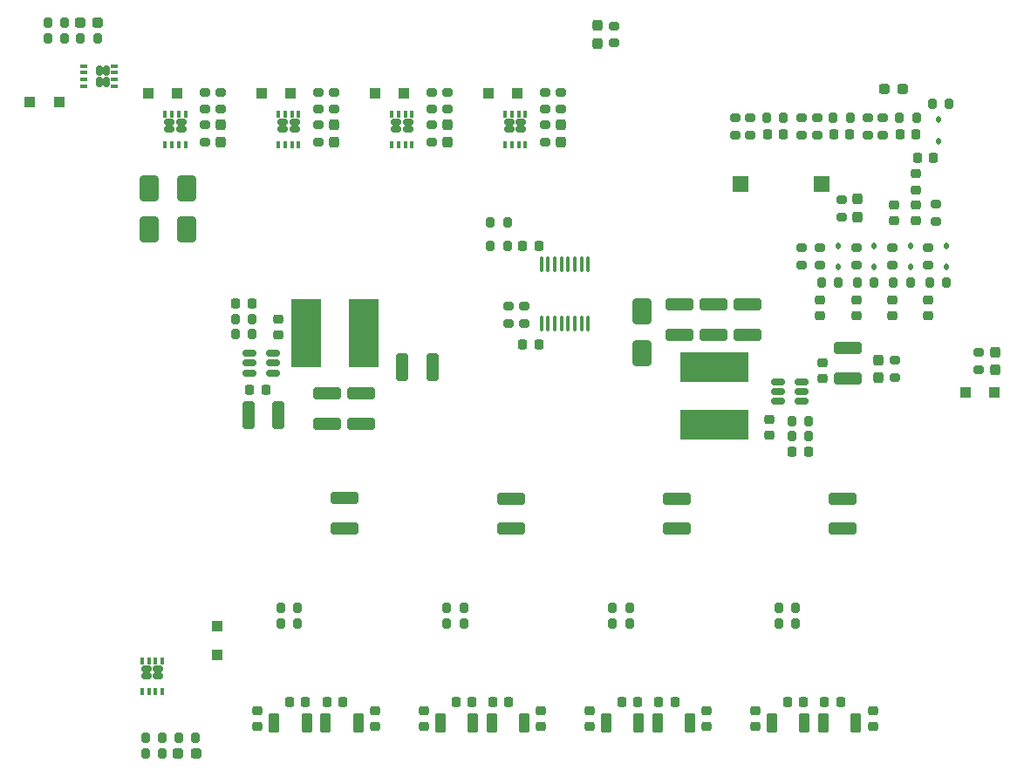
<source format=gtp>
G04 #@! TF.GenerationSoftware,KiCad,Pcbnew,8.0.4*
G04 #@! TF.CreationDate,2024-11-23T11:06:33-08:00*
G04 #@! TF.ProjectId,rpi pico printer board,72706920-7069-4636-9f20-7072696e7465,rev?*
G04 #@! TF.SameCoordinates,Original*
G04 #@! TF.FileFunction,Paste,Top*
G04 #@! TF.FilePolarity,Positive*
%FSLAX46Y46*%
G04 Gerber Fmt 4.6, Leading zero omitted, Abs format (unit mm)*
G04 Created by KiCad (PCBNEW 8.0.4) date 2024-11-23 11:06:33*
%MOMM*%
%LPD*%
G01*
G04 APERTURE LIST*
G04 Aperture macros list*
%AMRoundRect*
0 Rectangle with rounded corners*
0 $1 Rounding radius*
0 $2 $3 $4 $5 $6 $7 $8 $9 X,Y pos of 4 corners*
0 Add a 4 corners polygon primitive as box body*
4,1,4,$2,$3,$4,$5,$6,$7,$8,$9,$2,$3,0*
0 Add four circle primitives for the rounded corners*
1,1,$1+$1,$2,$3*
1,1,$1+$1,$4,$5*
1,1,$1+$1,$6,$7*
1,1,$1+$1,$8,$9*
0 Add four rect primitives between the rounded corners*
20,1,$1+$1,$2,$3,$4,$5,0*
20,1,$1+$1,$4,$5,$6,$7,0*
20,1,$1+$1,$6,$7,$8,$9,0*
20,1,$1+$1,$8,$9,$2,$3,0*%
G04 Aperture macros list end*
%ADD10RoundRect,0.150000X0.350000X-0.150000X0.350000X0.150000X-0.350000X0.150000X-0.350000X-0.150000X0*%
%ADD11RoundRect,0.105000X0.105000X-0.245000X0.105000X0.245000X-0.105000X0.245000X-0.105000X-0.245000X0*%
%ADD12RoundRect,0.250000X-1.100000X0.325000X-1.100000X-0.325000X1.100000X-0.325000X1.100000X0.325000X0*%
%ADD13RoundRect,0.200000X0.200000X0.275000X-0.200000X0.275000X-0.200000X-0.275000X0.200000X-0.275000X0*%
%ADD14RoundRect,0.225000X-0.250000X0.225000X-0.250000X-0.225000X0.250000X-0.225000X0.250000X0.225000X0*%
%ADD15RoundRect,0.200000X-0.200000X-0.275000X0.200000X-0.275000X0.200000X0.275000X-0.200000X0.275000X0*%
%ADD16RoundRect,0.200000X0.275000X-0.200000X0.275000X0.200000X-0.275000X0.200000X-0.275000X-0.200000X0*%
%ADD17RoundRect,0.250000X-0.300000X-0.300000X0.300000X-0.300000X0.300000X0.300000X-0.300000X0.300000X0*%
%ADD18RoundRect,0.200000X-0.275000X0.200000X-0.275000X-0.200000X0.275000X-0.200000X0.275000X0.200000X0*%
%ADD19RoundRect,0.225000X-0.225000X-0.250000X0.225000X-0.250000X0.225000X0.250000X-0.225000X0.250000X0*%
%ADD20RoundRect,0.237500X0.287500X0.237500X-0.287500X0.237500X-0.287500X-0.237500X0.287500X-0.237500X0*%
%ADD21RoundRect,0.250000X1.100000X-0.325000X1.100000X0.325000X-1.100000X0.325000X-1.100000X-0.325000X0*%
%ADD22RoundRect,0.250000X0.650000X-1.000000X0.650000X1.000000X-0.650000X1.000000X-0.650000X-1.000000X0*%
%ADD23R,2.850000X6.600000*%
%ADD24RoundRect,0.100000X0.100000X-0.637500X0.100000X0.637500X-0.100000X0.637500X-0.100000X-0.637500X0*%
%ADD25RoundRect,0.250000X-0.325000X-1.100000X0.325000X-1.100000X0.325000X1.100000X-0.325000X1.100000X0*%
%ADD26RoundRect,0.225000X0.225000X0.250000X-0.225000X0.250000X-0.225000X-0.250000X0.225000X-0.250000X0*%
%ADD27RoundRect,0.237500X-0.237500X0.287500X-0.237500X-0.287500X0.237500X-0.287500X0.237500X0.287500X0*%
%ADD28RoundRect,0.250000X-0.275000X-0.700000X0.275000X-0.700000X0.275000X0.700000X-0.275000X0.700000X0*%
%ADD29R,1.500000X1.500000*%
%ADD30RoundRect,0.250000X-0.300000X0.300000X-0.300000X-0.300000X0.300000X-0.300000X0.300000X0.300000X0*%
%ADD31RoundRect,0.150000X-0.512500X-0.150000X0.512500X-0.150000X0.512500X0.150000X-0.512500X0.150000X0*%
%ADD32RoundRect,0.112500X-0.112500X0.187500X-0.112500X-0.187500X0.112500X-0.187500X0.112500X0.187500X0*%
%ADD33R,6.600000X2.850000*%
%ADD34RoundRect,0.250000X0.300000X0.300000X-0.300000X0.300000X-0.300000X-0.300000X0.300000X-0.300000X0*%
%ADD35RoundRect,0.225000X0.250000X-0.225000X0.250000X0.225000X-0.250000X0.225000X-0.250000X-0.225000X0*%
%ADD36RoundRect,0.237500X-0.287500X-0.237500X0.287500X-0.237500X0.287500X0.237500X-0.287500X0.237500X0*%
%ADD37RoundRect,0.237500X0.237500X-0.287500X0.237500X0.287500X-0.237500X0.287500X-0.237500X-0.287500X0*%
%ADD38RoundRect,0.150000X0.512500X0.150000X-0.512500X0.150000X-0.512500X-0.150000X0.512500X-0.150000X0*%
%ADD39RoundRect,0.218750X-0.256250X0.218750X-0.256250X-0.218750X0.256250X-0.218750X0.256250X0.218750X0*%
%ADD40RoundRect,0.150000X-0.150000X-0.350000X0.150000X-0.350000X0.150000X0.350000X-0.150000X0.350000X0*%
%ADD41RoundRect,0.105000X-0.245000X-0.105000X0.245000X-0.105000X0.245000X0.105000X-0.245000X0.105000X0*%
G04 APERTURE END LIST*
D10*
X64685000Y-125980000D03*
X65815000Y-125980000D03*
X64685000Y-125270000D03*
X65815000Y-125270000D03*
D11*
X64275000Y-124500000D03*
X64925000Y-124500000D03*
X65575000Y-124500000D03*
X66225000Y-124500000D03*
X64275000Y-127500000D03*
X64925000Y-127500000D03*
X65575000Y-127500000D03*
X66225000Y-127500000D03*
D12*
X82200000Y-98525000D03*
X82200000Y-101475000D03*
D13*
X111600000Y-120870000D03*
X109950000Y-120870000D03*
D10*
X77935000Y-72880000D03*
X79065000Y-72880000D03*
X77935000Y-72170000D03*
X79065000Y-72170000D03*
D11*
X77525000Y-71400000D03*
X78175000Y-71400000D03*
X78825000Y-71400000D03*
X79475000Y-71400000D03*
X77525000Y-74400000D03*
X78175000Y-74400000D03*
X78825000Y-74400000D03*
X79475000Y-74400000D03*
D14*
X86875000Y-129310000D03*
X86875000Y-130860000D03*
D15*
X124900000Y-71800000D03*
X126550000Y-71800000D03*
X73325000Y-92785000D03*
X74975000Y-92785000D03*
D16*
X71900000Y-70925000D03*
X71900000Y-69275000D03*
D17*
X53400000Y-70250000D03*
X56200000Y-70250000D03*
D18*
X130100000Y-84399999D03*
X130100000Y-86049999D03*
D16*
X82900000Y-70925000D03*
X82900000Y-69275000D03*
D19*
X78600000Y-128485000D03*
X80150000Y-128485000D03*
D14*
X75475000Y-129310000D03*
X75475000Y-130860000D03*
D20*
X138074999Y-69000000D03*
X136325001Y-69000000D03*
D18*
X70400000Y-72475000D03*
X70400000Y-74125000D03*
D15*
X140975000Y-70400000D03*
X142625000Y-70400000D03*
D21*
X116399999Y-92875000D03*
X116399999Y-89924998D03*
X119699998Y-92875001D03*
X119699998Y-89924999D03*
D22*
X68600000Y-82600001D03*
X68600000Y-78599999D03*
D18*
X132150000Y-79725000D03*
X132150000Y-81375000D03*
D22*
X112799998Y-94600001D03*
X112799998Y-90599999D03*
X65000000Y-82600000D03*
X65000000Y-78600000D03*
D23*
X80175000Y-92685000D03*
X85825000Y-92685000D03*
D14*
X91600000Y-129325000D03*
X91600000Y-130875000D03*
D15*
X133700000Y-87725000D03*
X135350000Y-87725000D03*
D24*
X103025000Y-91725000D03*
X103675000Y-91725000D03*
X104325000Y-91725000D03*
X104975000Y-91725000D03*
X105625000Y-91725000D03*
X106275000Y-91725000D03*
X106925000Y-91725000D03*
X107575000Y-91725000D03*
X107575000Y-86000000D03*
X106925000Y-86000000D03*
X106275000Y-86000000D03*
X105625000Y-86000000D03*
X104975000Y-86000000D03*
X104325000Y-86000000D03*
X103675000Y-86000000D03*
X103025000Y-86000000D03*
D16*
X93900000Y-70925000D03*
X93900000Y-69275000D03*
D25*
X89524999Y-96000000D03*
X92475001Y-96000000D03*
D16*
X104900000Y-70925000D03*
X104900000Y-69275000D03*
D26*
X74925000Y-89800000D03*
X73375000Y-89800000D03*
D27*
X135750000Y-95275001D03*
X135750000Y-97024999D03*
D15*
X98075000Y-84200000D03*
X99725000Y-84200000D03*
D28*
X77100000Y-130485000D03*
X80250000Y-130485000D03*
D18*
X128300000Y-84400000D03*
X128300000Y-86050000D03*
D29*
X122400000Y-78200000D03*
X130200000Y-78200000D03*
D17*
X86900000Y-69400000D03*
X89700000Y-69400000D03*
D15*
X77725000Y-119374999D03*
X79375000Y-119374999D03*
D16*
X128275000Y-73425000D03*
X128275000Y-71775000D03*
X103400000Y-70925000D03*
X103400000Y-69275000D03*
D19*
X127399998Y-104200001D03*
X128949998Y-104200001D03*
D30*
X71600000Y-121100000D03*
X71600000Y-123900000D03*
D15*
X130200000Y-87725000D03*
X131850000Y-87725000D03*
D18*
X129775000Y-71775000D03*
X129775000Y-73425000D03*
D19*
X124950000Y-73400000D03*
X126500000Y-73400000D03*
D18*
X133600000Y-84400000D03*
X133600000Y-86050000D03*
D14*
X123800000Y-129325000D03*
X123800000Y-130875000D03*
D26*
X102775000Y-84200000D03*
X101225000Y-84200000D03*
D31*
X74700000Y-94635000D03*
X74700000Y-95585000D03*
X74700000Y-96535000D03*
X76975000Y-96535000D03*
X76975000Y-95585000D03*
X76975000Y-94635000D03*
D14*
X119100000Y-129325000D03*
X119100000Y-130875000D03*
D32*
X131850000Y-84174998D03*
X131850000Y-86274998D03*
D16*
X81400000Y-70925000D03*
X81400000Y-69275000D03*
D27*
X104900000Y-72425000D03*
X104900000Y-74175000D03*
D15*
X93850000Y-119389999D03*
X95500000Y-119389999D03*
D26*
X132075000Y-128500000D03*
X130525000Y-128500000D03*
D27*
X133750000Y-79675001D03*
X133750000Y-81424999D03*
D19*
X131400000Y-73400000D03*
X132950000Y-73400000D03*
D15*
X137200000Y-87725000D03*
X138850000Y-87725000D03*
D16*
X92400000Y-70925000D03*
X92400000Y-69275000D03*
D33*
X119799999Y-101600000D03*
X119799999Y-95950000D03*
D19*
X137825000Y-73400000D03*
X139375000Y-73400000D03*
D12*
X100075000Y-108725000D03*
X100075000Y-111675000D03*
D28*
X93225000Y-130500000D03*
X96375000Y-130500000D03*
D13*
X79375000Y-120855000D03*
X77725000Y-120855000D03*
D34*
X147000000Y-98400000D03*
X144200000Y-98400000D03*
D12*
X85500000Y-98525000D03*
X85500000Y-101475000D03*
D14*
X137100000Y-89450000D03*
X137100000Y-91000000D03*
D18*
X81400000Y-72475000D03*
X81400000Y-74125000D03*
D13*
X56775000Y-62550000D03*
X55125000Y-62550000D03*
D14*
X135200000Y-129325000D03*
X135200000Y-130875000D03*
D16*
X134700000Y-73425000D03*
X134700000Y-71775000D03*
D14*
X77450000Y-91310000D03*
X77450000Y-92860000D03*
D18*
X140600000Y-84400000D03*
X140600000Y-86050000D03*
D28*
X109325000Y-130500000D03*
X112475000Y-130500000D03*
D15*
X58300000Y-64050000D03*
X59950000Y-64050000D03*
D14*
X103000000Y-129325000D03*
X103000000Y-130875000D03*
D13*
X128999998Y-101200002D03*
X127349998Y-101200002D03*
D35*
X125200000Y-102575000D03*
X125200000Y-101025000D03*
D19*
X139525000Y-75700000D03*
X141075000Y-75700000D03*
D12*
X83950000Y-108710000D03*
X83950000Y-111660000D03*
D18*
X145450000Y-94575000D03*
X145450000Y-96225000D03*
D27*
X93900000Y-72425000D03*
X93900000Y-74175000D03*
D19*
X74725000Y-98185000D03*
X76275000Y-98185000D03*
D36*
X58250000Y-62550000D03*
X60000000Y-62550000D03*
D14*
X133600000Y-89450000D03*
X133600000Y-91000000D03*
D17*
X64900000Y-69400000D03*
X67700000Y-69400000D03*
D15*
X126050000Y-119389999D03*
X127700000Y-119389999D03*
D18*
X101375000Y-90075000D03*
X101375000Y-91725000D03*
D19*
X94725000Y-128500000D03*
X96275000Y-128500000D03*
D16*
X141300000Y-81825000D03*
X141300000Y-80175000D03*
X110100000Y-64525001D03*
X110100000Y-62875001D03*
D19*
X110825000Y-128500000D03*
X112375000Y-128500000D03*
X126925000Y-128500000D03*
X128475000Y-128500000D03*
D28*
X98225000Y-130500000D03*
X101375000Y-130500000D03*
D13*
X66250000Y-133500000D03*
X64600000Y-133500000D03*
D27*
X147050000Y-94525001D03*
X147050000Y-96274999D03*
D14*
X140600000Y-89450000D03*
X140600000Y-91000000D03*
D17*
X75900000Y-69400000D03*
X78700000Y-69400000D03*
D14*
X139350000Y-80225000D03*
X139350000Y-81775000D03*
D28*
X82100000Y-130485000D03*
X85250000Y-130485000D03*
D36*
X67750000Y-133500000D03*
X69500000Y-133500000D03*
D26*
X115975000Y-128500000D03*
X114425000Y-128500000D03*
D13*
X66250000Y-132000000D03*
X64600000Y-132000000D03*
D37*
X108500000Y-64574999D03*
X108500000Y-62825001D03*
D15*
X140700000Y-87725000D03*
X142350000Y-87725000D03*
D13*
X127700000Y-120870000D03*
X126050000Y-120870000D03*
D15*
X137775000Y-71800000D03*
X139425000Y-71800000D03*
D38*
X128299999Y-99289999D03*
X128299999Y-98340000D03*
X128299999Y-97390001D03*
X126024999Y-97390001D03*
X126024999Y-98340000D03*
X126024999Y-99289999D03*
D18*
X137350000Y-95325000D03*
X137350000Y-96975000D03*
X123325000Y-71775000D03*
X123325000Y-73425000D03*
D17*
X97900000Y-69400000D03*
X100700000Y-69400000D03*
D28*
X114325000Y-130500000D03*
X117475000Y-130500000D03*
D26*
X102775000Y-93800000D03*
X101225000Y-93800000D03*
D28*
X125425000Y-130500000D03*
X128575000Y-130500000D03*
D26*
X99875000Y-128500000D03*
X98325000Y-128500000D03*
D13*
X56775000Y-64050000D03*
X55125000Y-64050000D03*
D15*
X67800000Y-132000000D03*
X69450000Y-132000000D03*
D10*
X88935000Y-72880000D03*
X90065000Y-72880000D03*
X88935000Y-72170000D03*
X90065000Y-72170000D03*
D11*
X88525000Y-71400000D03*
X89175000Y-71400000D03*
X89825000Y-71400000D03*
X90475000Y-71400000D03*
X88525000Y-74400000D03*
X89175000Y-74400000D03*
X89825000Y-74400000D03*
X90475000Y-74400000D03*
D12*
X132275000Y-108725000D03*
X132275000Y-111675000D03*
D10*
X99935000Y-72880000D03*
X101065000Y-72880000D03*
X99935000Y-72170000D03*
X101065000Y-72170000D03*
D11*
X99525000Y-71400000D03*
X100175000Y-71400000D03*
X100825000Y-71400000D03*
X101475000Y-71400000D03*
X99525000Y-74400000D03*
X100175000Y-74400000D03*
X100825000Y-74400000D03*
X101475000Y-74400000D03*
D25*
X74575000Y-100650000D03*
X77525000Y-100650000D03*
D32*
X138850000Y-84175000D03*
X138850000Y-86275000D03*
D16*
X99875000Y-91725000D03*
X99875000Y-90075000D03*
D15*
X127349998Y-102700002D03*
X128999998Y-102700002D03*
D12*
X116175000Y-108725000D03*
X116175000Y-111675000D03*
D39*
X139350000Y-77212500D03*
X139350000Y-78787500D03*
D15*
X109950000Y-119389999D03*
X111600000Y-119389999D03*
D27*
X71900000Y-72425000D03*
X71900000Y-74175000D03*
D16*
X121825000Y-73425000D03*
X121825000Y-71775000D03*
D18*
X137100000Y-84400000D03*
X137100000Y-86050000D03*
D40*
X60120000Y-67160000D03*
X60120000Y-68290000D03*
X60830000Y-67160000D03*
X60830000Y-68290000D03*
D41*
X61600000Y-66750000D03*
X61600000Y-67400000D03*
X61600000Y-68050000D03*
X61600000Y-68700000D03*
X58600000Y-66750000D03*
X58600000Y-67400000D03*
X58600000Y-68050000D03*
X58600000Y-68700000D03*
D32*
X135350000Y-84175000D03*
X135350000Y-86275000D03*
D14*
X107700000Y-129325000D03*
X107700000Y-130875000D03*
D18*
X136200000Y-71775000D03*
X136200000Y-73425000D03*
D32*
X142350000Y-84175000D03*
X142350000Y-86275000D03*
D18*
X92400000Y-72475000D03*
X92400000Y-74125000D03*
D32*
X141600000Y-71950000D03*
X141600000Y-74050000D03*
D28*
X130425000Y-130500000D03*
X133575000Y-130500000D03*
D14*
X137300000Y-80225000D03*
X137300000Y-81775000D03*
D18*
X103400000Y-72475000D03*
X103400000Y-74125000D03*
D21*
X132800000Y-97075001D03*
X132800000Y-94124999D03*
D13*
X95500000Y-120870000D03*
X93850000Y-120870000D03*
D26*
X83750000Y-128485000D03*
X82200000Y-128485000D03*
D21*
X122999998Y-92875001D03*
X122999998Y-89924999D03*
D16*
X70400000Y-70925000D03*
X70400000Y-69275000D03*
D14*
X130100000Y-89450000D03*
X130100000Y-91000000D03*
D13*
X74975000Y-91285000D03*
X73325000Y-91285000D03*
D15*
X98075000Y-81900000D03*
X99725000Y-81900000D03*
D35*
X130300000Y-97075000D03*
X130300000Y-95525000D03*
D10*
X66935000Y-72880000D03*
X68065000Y-72880000D03*
X66935000Y-72170000D03*
X68065000Y-72170000D03*
D11*
X66525000Y-71400000D03*
X67175000Y-71400000D03*
X67825000Y-71400000D03*
X68475000Y-71400000D03*
X66525000Y-74400000D03*
X67175000Y-74400000D03*
X67825000Y-74400000D03*
X68475000Y-74400000D03*
D15*
X131350000Y-71800000D03*
X133000000Y-71800000D03*
D27*
X82900000Y-72425000D03*
X82900000Y-74175000D03*
M02*

</source>
